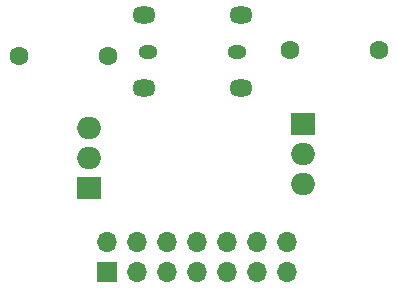
<source format=gbr>
%TF.GenerationSoftware,KiCad,Pcbnew,9.0.0-250-g02b756189b*%
%TF.CreationDate,2025-03-17T22:21:07-05:00*%
%TF.ProjectId,USB-Breakout,5553422d-4272-4656-916b-6f75742e6b69,rev?*%
%TF.SameCoordinates,Original*%
%TF.FileFunction,Soldermask,Bot*%
%TF.FilePolarity,Negative*%
%FSLAX46Y46*%
G04 Gerber Fmt 4.6, Leading zero omitted, Abs format (unit mm)*
G04 Created by KiCad (PCBNEW 9.0.0-250-g02b756189b) date 2025-03-17 22:21:07*
%MOMM*%
%LPD*%
G01*
G04 APERTURE LIST*
%ADD10C,1.600000*%
%ADD11O,1.954000X1.454000*%
%ADD12O,1.604000X1.204000*%
%ADD13R,1.700000X1.700000*%
%ADD14O,1.700000X1.700000*%
%ADD15R,2.000000X1.905000*%
%ADD16O,2.000000X1.905000*%
G04 APERTURE END LIST*
D10*
%TO.C,C5*%
X161049000Y-63246000D03*
X168549000Y-63246000D03*
%TD*%
%TO.C,C2*%
X145600000Y-63754000D03*
X138100000Y-63754000D03*
%TD*%
D11*
%TO.C,J2*%
X148716000Y-60303000D03*
X156916000Y-60303000D03*
D12*
X149041000Y-63373000D03*
X156591000Y-63373000D03*
D11*
X148716000Y-66443000D03*
X156916000Y-66443000D03*
%TD*%
D13*
%TO.C,J1*%
X145537000Y-82047000D03*
D14*
X145537000Y-79507000D03*
X148077000Y-82047000D03*
X148077000Y-79507000D03*
X150617000Y-82047000D03*
X150617000Y-79507000D03*
X153157000Y-82047000D03*
X153157000Y-79507000D03*
X155697000Y-82047000D03*
X155697000Y-79507000D03*
X158237000Y-82047000D03*
X158237000Y-79507000D03*
X160777000Y-82047000D03*
X160777000Y-79507000D03*
%TD*%
D15*
%TO.C,Q2*%
X162123000Y-69469000D03*
D16*
X162123000Y-72009000D03*
X162123000Y-74549000D03*
%TD*%
D15*
%TO.C,Q1*%
X144018000Y-74930000D03*
D16*
X144018000Y-72390000D03*
X144018000Y-69850000D03*
%TD*%
M02*

</source>
